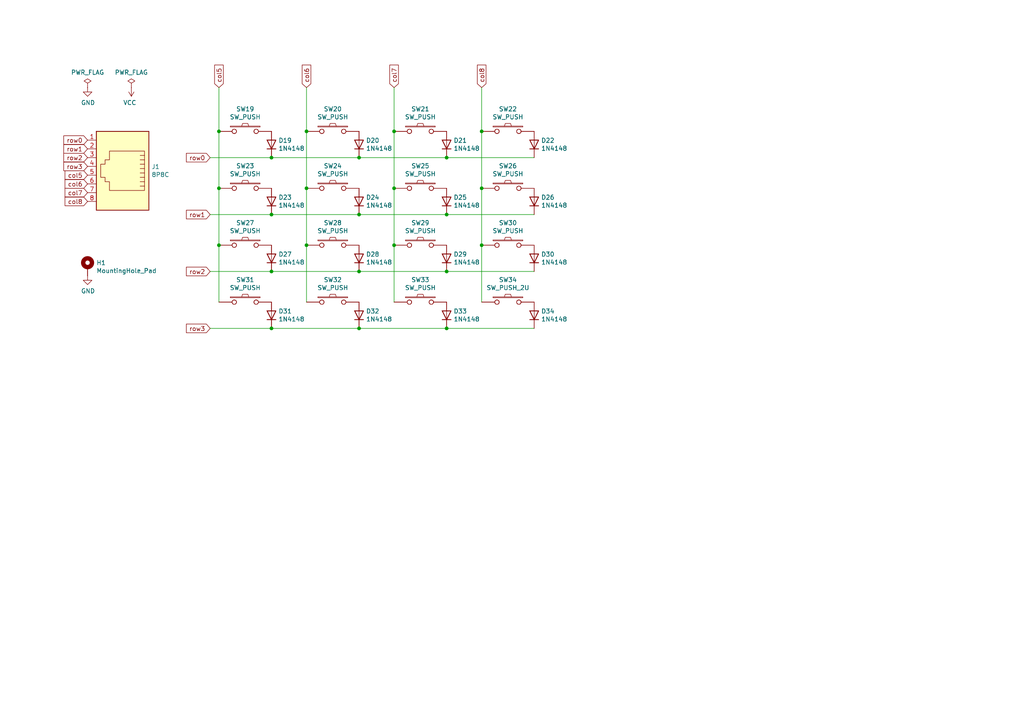
<source format=kicad_sch>
(kicad_sch (version 20211123) (generator eeschema)
  (paper "A4")
  (title_block (title "REVIUNG34-SPLIT-RIGHT") (date "2019-08-28") (rev "1.0"))
  (lib_symbols
    (symbol "Diode:1N4148" (pin_numbers hide) (pin_names (offset 1.016) hide)
      (property "Reference" "D" (at 0 2.54 0))
      (property "Value" "1N4148" (at 0 -2.54 0))
      (symbol "1N4148_0_1"
        (polyline (pts (xy -1.27 1.27) (xy -1.27 -1.27)) (stroke (width 0.254)))
        (polyline (pts (xy 1.27 0) (xy -1.27 0)))
        (polyline (pts (xy 1.27 1.27) (xy 1.27 -1.27) (xy -1.27 0) (xy 1.27 1.27)) (stroke (width 0.254)))
      )
      (symbol "1N4148_1_1"
        (pin passive line (at -3.81 0 0) (length 2.54) (name "K") (number "1"))
        (pin passive line (at 3.81 0 180) (length 2.54) (name "A") (number "2"))
      )
    )
    (symbol "Mechanical:MountingHole_Pad" (pin_numbers hide) (pin_names (offset 1.016) hide)
      (property "Reference" "H" (at 0 6.35 0))
      (property "Value" "MountingHole_Pad" (at 0 4.445 0))
      (symbol "MountingHole_Pad_0_1"
        (circle (center 0 1.27) (radius 1.27) (stroke (width 1.27)))
      )
      (symbol "MountingHole_Pad_1_1"
        (pin input line (at 0 -2.54 90) (length 2.54) (name "1") (number "1"))
      )
    )
    (symbol "power:GND" (power) (pin_names (offset 0))
      (property "Value" "GND" (at 0 -3.81 0))
      (symbol "GND_0_1"
        (polyline (pts (xy 0 0) (xy 0 -1.27) (xy 1.27 -1.27) (xy 0 -2.54) (xy -1.27 -1.27) (xy 0 -1.27)))
      )
      (symbol "GND_1_1"
        (pin power_in line (at 0 0 270) (length 0) hide (name "GND") (number "1"))
      )
    )
    (symbol "power:PWR_FLAG" (power) (pin_numbers hide) (pin_names (offset 0) hide)
      (property "Value" "PWR_FLAG" (at 0 3.81 0))
      (symbol "PWR_FLAG_0_0"
        (pin power_out line (at 0 0 90) (length 0) (name "pwr") (number "1"))
      )
      (symbol "PWR_FLAG_0_1"
        (polyline (pts (xy 0 0) (xy 0 1.27) (xy -1.016 1.905) (xy 0 2.54) (xy 1.016 1.905) (xy 0 1.27)))
      )
    )
    (symbol "power:VCC" (power) (pin_names (offset 0))
      (property "Value" "VCC" (at 0 3.81 0))
      (symbol "VCC_0_1"
        (polyline (pts (xy -0.762 1.27) (xy 0 2.54)))
        (polyline (pts (xy 0 0) (xy 0 2.54)))
        (polyline (pts (xy 0 2.54) (xy 0.762 1.27)))
      )
      (symbol "VCC_1_1"
        (pin power_in line (at 0 0 90) (length 0) hide (name "VCC") (number "1"))
      )
    )
    (symbol "reviung34-split-R-rescue:8P8C-_reviung-kbd" (pin_names (offset 1.016))
      (property "Reference" "J" (at -5.08 13.97 0))
      (property "Value" "8P8C-_reviung-kbd" (at 2.54 13.97 0))
      (symbol "8P8C-_reviung-kbd_0_1"
        (polyline (pts (xy -5.08 4.445) (xy -6.35 4.445)))
        (polyline (pts (xy -5.08 5.715) (xy -6.35 5.715)))
        (polyline (pts (xy -6.35 -3.175) (xy -5.08 -3.175) (xy -5.08 -3.175)))
        (polyline (pts (xy -6.35 -1.905) (xy -5.08 -1.905) (xy -5.08 -1.905)))
        (polyline (pts (xy -6.35 -0.635) (xy -5.08 -0.635) (xy -5.08 -0.635)))
        (polyline (pts (xy -6.35 0.635) (xy -5.08 0.635) (xy -5.08 0.635)))
        (polyline (pts (xy -6.35 1.905) (xy -5.08 1.905) (xy -5.08 1.905)))
        (polyline (pts (xy -5.08 3.175) (xy -6.35 3.175) (xy -6.35 3.175)))
        (polyline (pts (xy -6.35 -4.445) (xy -6.35 6.985) (xy 3.81 6.985) (xy 3.81 4.445) (xy 5.08 4.445) (xy 5.08 3.175) (xy 6.35 3.175) (xy 6.35 -0.635) (xy 5.08 -0.635) (xy 5.08 -1.905) (xy 3.81 -1.905) (xy 3.81 -4.445) (xy -6.35 -4.445) (xy -6.35 -4.445)))
        (rectangle (start 7.62 12.7) (end -7.62 -10.16) (stroke (width 0.254)) (fill (type background)))
      )
      (symbol "8P8C-_reviung-kbd_1_1"
        (pin passive line (at 10.16 -7.62 180) (length 2.54) (name "~") (number "1"))
        (pin passive line (at 10.16 -5.08 180) (length 2.54) (name "~") (number "2"))
        (pin passive line (at 10.16 -2.54 180) (length 2.54) (name "~") (number "3"))
        (pin passive line (at 10.16 0 180) (length 2.54) (name "~") (number "4"))
        (pin passive line (at 10.16 2.54 180) (length 2.54) (name "~") (number "5"))
        (pin passive line (at 10.16 5.08 180) (length 2.54) (name "~") (number "6"))
        (pin passive line (at 10.16 7.62 180) (length 2.54) (name "~") (number "7"))
        (pin passive line (at 10.16 10.16 180) (length 2.54) (name "~") (number "8"))
      )
    )
    (symbol "reviung34-split-R-rescue:SW_PUSH-_reviung-kbd" (pin_numbers hide) (pin_names (offset 1.016) hide)
      (property "Reference" "SW" (at 3.81 2.794 0))
      (property "Value" "SW_PUSH-_reviung-kbd" (at 0 -2.032 0))
      (symbol "SW_PUSH-_reviung-kbd_0_1"
        (rectangle (start -4.318 1.27) (end 4.318 1.524))
        (polyline (pts (xy -1.016 1.524) (xy -0.762 2.286) (xy 0.762 2.286) (xy 1.016 1.524)))
        (pin passive inverted (at -7.62 0 0) (length 5.08) (name "1") (number "1"))
        (pin passive inverted (at 7.62 0 180) (length 5.08) (name "2") (number "2"))
      )
    )
  )
  (junction (at 139.7 54.61))
  (junction (at 104.14 95.25))
  (junction (at 129.54 62.23))
  (junction (at 114.3 71.12))
  (junction (at 78.74 78.74))
  (junction (at 78.74 62.23))
  (junction (at 88.9 71.12))
  (junction (at 88.9 54.61))
  (junction (at 63.5 38.1))
  (junction (at 63.5 71.12))
  (junction (at 129.54 78.74))
  (junction (at 104.14 78.74))
  (junction (at 139.7 38.1))
  (junction (at 78.74 45.72))
  (junction (at 88.9 38.1))
  (junction (at 104.14 62.23))
  (junction (at 104.14 45.72))
  (junction (at 139.7 71.12))
  (junction (at 78.74 95.25))
  (junction (at 114.3 54.61))
  (junction (at 129.54 95.25))
  (junction (at 114.3 38.1))
  (junction (at 63.5 54.61))
  (junction (at 129.54 45.72))
  (wire (pts (xy 139.7 38.1) (xy 139.7 54.61)))
  (wire (pts (xy 104.14 62.23) (xy 129.54 62.23)))
  (wire (pts (xy 60.96 78.74) (xy 78.74 78.74)))
  (wire (pts (xy 139.7 25.4) (xy 139.7 38.1)))
  (wire (pts (xy 104.14 95.25) (xy 129.54 95.25)))
  (wire (pts (xy 60.96 62.23) (xy 78.74 62.23)))
  (wire (pts (xy 114.3 38.1) (xy 114.3 54.61)))
  (wire (pts (xy 114.3 25.4) (xy 114.3 38.1)))
  (wire (pts (xy 104.14 78.74) (xy 129.54 78.74)))
  (wire (pts (xy 114.3 54.61) (xy 114.3 71.12)))
  (wire (pts (xy 129.54 62.23) (xy 154.94 62.23)))
  (wire (pts (xy 88.9 25.4) (xy 88.9 38.1)))
  (wire (pts (xy 129.54 78.74) (xy 154.94 78.74)))
  (wire (pts (xy 60.96 95.25) (xy 78.74 95.25)))
  (wire (pts (xy 114.3 71.12) (xy 114.3 87.63)))
  (wire (pts (xy 78.74 95.25) (xy 104.14 95.25)))
  (wire (pts (xy 78.74 45.72) (xy 104.14 45.72)))
  (wire (pts (xy 63.5 38.1) (xy 63.5 54.61)))
  (wire (pts (xy 60.96 45.72) (xy 78.74 45.72)))
  (wire (pts (xy 88.9 71.12) (xy 88.9 87.63)))
  (wire (pts (xy 139.7 54.61) (xy 139.7 71.12)))
  (wire (pts (xy 63.5 71.12) (xy 63.5 87.63)))
  (wire (pts (xy 63.5 25.4) (xy 63.5 38.1)))
  (wire (pts (xy 88.9 54.61) (xy 88.9 71.12)))
  (wire (pts (xy 63.5 54.61) (xy 63.5 71.12)))
  (wire (pts (xy 139.7 71.12) (xy 139.7 87.63)))
  (wire (pts (xy 78.74 78.74) (xy 104.14 78.74)))
  (wire (pts (xy 78.74 62.23) (xy 104.14 62.23)))
  (wire (pts (xy 129.54 45.72) (xy 154.94 45.72)))
  (wire (pts (xy 88.9 38.1) (xy 88.9 54.61)))
  (wire (pts (xy 104.14 45.72) (xy 129.54 45.72)))
  (wire (pts (xy 129.54 95.25) (xy 154.94 95.25)))
  (global_label "col6" (shape input) (at 88.9 25.4 90) (property "Обозначения листов" "${INTERSHEET_REFS}" (effects hide)))
  (global_label "col8" (shape input) (at 139.7 25.4 90) (property "Обозначения листов" "${INTERSHEET_REFS}" (effects hide)))
  (global_label "row1" (shape input) (at 60.96 62.23 180) (property "Обозначения листов" "${INTERSHEET_REFS}" (effects hide)))
  (global_label "row3" (shape input) (at 60.96 95.25 180) (property "Обозначения листов" "${INTERSHEET_REFS}" (effects hide)))
  (global_label "row3" (shape input) (at 25.4 48.26 180) (property "Обозначения листов" "${INTERSHEET_REFS}" (effects hide)))
  (global_label "col8" (shape input) (at 25.4 58.42 180) (property "Обозначения листов" "${INTERSHEET_REFS}" (effects hide)))
  (global_label "col5" (shape input) (at 25.4 50.8 180) (property "Обозначения листов" "${INTERSHEET_REFS}" (effects hide)))
  (global_label "col7" (shape input) (at 114.3 25.4 90) (property "Обозначения листов" "${INTERSHEET_REFS}" (effects hide)))
  (global_label "row0" (shape input) (at 25.4 40.64 180) (property "Обозначения листов" "${INTERSHEET_REFS}" (effects hide)))
  (global_label "row2" (shape input) (at 60.96 78.74 180) (property "Обозначения листов" "${INTERSHEET_REFS}" (effects hide)))
  (global_label "row2" (shape input) (at 25.4 45.72 180) (property "Обозначения листов" "${INTERSHEET_REFS}" (effects hide)))
  (global_label "col7" (shape input) (at 25.4 55.88 180) (property "Обозначения листов" "${INTERSHEET_REFS}" (effects hide)))
  (global_label "col5" (shape input) (at 63.5 25.4 90) (property "Обозначения листов" "${INTERSHEET_REFS}" (effects hide)))
  (global_label "row1" (shape input) (at 25.4 43.18 180) (property "Обозначения листов" "${INTERSHEET_REFS}" (effects hide)))
  (global_label "col6" (shape input) (at 25.4 53.34 180) (property "Обозначения листов" "${INTERSHEET_REFS}" (effects hide)))
  (global_label "row0" (shape input) (at 60.96 45.72 180) (property "Обозначения листов" "${INTERSHEET_REFS}" (effects hide)))
  (symbol (lib_id "Mechanical:MountingHole_Pad") (at 25.4 77.47 0) (unit 1)
    (property "Reference" "H1" (at 27.94 76.2254 0) (effects (justify left)))
    (property "Value" "MountingHole_Pad" (at 27.94 78.5368 0) (effects (justify left)))
    (property "Footprint" "MountingHole:MountingHole_4.3mm_M4_ISO14580_Pad" (effects hide))
  )
  (symbol (lib_id "power:GND") (at 25.4 80.01 0) (unit 1)
    (property "Reference" "#PWR03" (effects hide))
    (property "Value" "GND" (at 25.527 84.4042 0))
  )
  (symbol (lib_id "power:PWR_FLAG") (at 25.4 25.4 0) (unit 1)
    (property "Reference" "#FLG01" (effects hide))
    (property "Value" "PWR_FLAG" (at 25.4 21.0058 0))
  )
  (symbol (lib_id "power:PWR_FLAG") (at 38.1 25.4 0) (unit 1)
    (property "Reference" "#FLG02" (effects hide))
    (property "Value" "PWR_FLAG" (at 38.1 21.0058 0))
  )
  (symbol (lib_id "power:GND") (at 25.4 25.4 0) (unit 1)
    (property "Reference" "#PWR01" (effects hide))
    (property "Value" "GND" (at 25.527 29.7942 0))
  )
  (symbol (lib_id "power:VCC") (at 38.1 25.4 180) (unit 1)
    (property "Reference" "#PWR02" (effects hide))
    (property "Value" "VCC" (at 37.6428 29.7942 0))
  )
  (symbol (lib_id "reviung34-split-R-rescue:8P8C-_reviung-kbd") (at 35.56 48.26 180) (unit 1)
    (property "Reference" "J1" (at 43.942 48.3616 0) (effects (justify right)))
    (property "Value" "8P8C" (at 43.942 50.673 0) (effects (justify right)))
    (property "Footprint" "Connector_NONAME:RJ45_NONAME_8P8C_Horizontal" (effects hide))
  )
  (symbol (lib_id "reviung34-split-R-rescue:SW_PUSH-_reviung-kbd") (at 71.12 38.1 0) (unit 1)
    (property "Reference" "SW19" (at 71.12 31.623 0))
    (property "Value" "SW_PUSH" (at 71.12 33.9344 0))
    (property "Footprint" "_reviung-kbd:MXOnly-1U-Hotswap" (effects hide))
  )
  (symbol (lib_id "reviung34-split-R-rescue:SW_PUSH-_reviung-kbd") (at 96.52 38.1 0) (unit 1)
    (property "Reference" "SW20" (at 96.52 31.623 0))
    (property "Value" "SW_PUSH" (at 96.52 33.9344 0))
    (property "Footprint" "_reviung-kbd:MXOnly-1U-Hotswap" (effects hide))
  )
  (symbol (lib_id "reviung34-split-R-rescue:SW_PUSH-_reviung-kbd") (at 121.92 38.1 0) (unit 1)
    (property "Reference" "SW21" (at 121.92 31.623 0))
    (property "Value" "SW_PUSH" (at 121.92 33.9344 0))
    (property "Footprint" "_reviung-kbd:MXOnly-1U-Hotswap" (effects hide))
  )
  (symbol (lib_id "reviung34-split-R-rescue:SW_PUSH-_reviung-kbd") (at 147.32 38.1 0) (unit 1)
    (property "Reference" "SW22" (at 147.32 31.623 0))
    (property "Value" "SW_PUSH" (at 147.32 33.9344 0))
    (property "Footprint" "_reviung-kbd:MXOnly-1U-Hotswap" (effects hide))
  )
  (symbol (lib_id "Diode:1N4148") (at 78.74 41.91 90) (unit 1)
    (property "Reference" "D19" (at 80.7466 40.7416 90) (effects (justify right)))
    (property "Value" "1N4148" (at 80.7466 43.053 90) (effects (justify right)))
    (property "Footprint" "Diode_THT:D_DO-35_SOD27_P7.62mm_Horizontal" (effects hide))
    (property "Datasheet" "https://assets.nexperia.com/documents/data-sheet/1N4148_1N4448.pdf" (effects hide))
  )
  (symbol (lib_id "Diode:1N4148") (at 104.14 41.91 90) (unit 1)
    (property "Reference" "D20" (at 106.1466 40.7416 90) (effects (justify right)))
    (property "Value" "1N4148" (at 106.1466 43.053 90) (effects (justify right)))
    (property "Footprint" "Diode_THT:D_DO-35_SOD27_P7.62mm_Horizontal" (effects hide))
    (property "Datasheet" "https://assets.nexperia.com/documents/data-sheet/1N4148_1N4448.pdf" (effects hide))
  )
  (symbol (lib_id "Diode:1N4148") (at 129.54 41.91 90) (unit 1)
    (property "Reference" "D21" (at 131.5466 40.7416 90) (effects (justify right)))
    (property "Value" "1N4148" (at 131.5466 43.053 90) (effects (justify right)))
    (property "Footprint" "Diode_THT:D_DO-35_SOD27_P7.62mm_Horizontal" (effects hide))
    (property "Datasheet" "https://assets.nexperia.com/documents/data-sheet/1N4148_1N4448.pdf" (effects hide))
  )
  (symbol (lib_id "Diode:1N4148") (at 154.94 41.91 90) (unit 1)
    (property "Reference" "D22" (at 156.9466 40.7416 90) (effects (justify right)))
    (property "Value" "1N4148" (at 156.9466 43.053 90) (effects (justify right)))
    (property "Footprint" "Diode_THT:D_DO-35_SOD27_P7.62mm_Horizontal" (effects hide))
    (property "Datasheet" "https://assets.nexperia.com/documents/data-sheet/1N4148_1N4448.pdf" (effects hide))
  )
  (symbol (lib_id "reviung34-split-R-rescue:SW_PUSH-_reviung-kbd") (at 71.12 54.61 0) (unit 1)
    (property "Reference" "SW23" (at 71.12 48.133 0))
    (property "Value" "SW_PUSH" (at 71.12 50.4444 0))
    (property "Footprint" "_reviung-kbd:MXOnly-1U-Hotswap" (effects hide))
  )
  (symbol (lib_id "reviung34-split-R-rescue:SW_PUSH-_reviung-kbd") (at 96.52 54.61 0) (unit 1)
    (property "Reference" "SW24" (at 96.52 48.133 0))
    (property "Value" "SW_PUSH" (at 96.52 50.4444 0))
    (property "Footprint" "_reviung-kbd:MXOnly-1U-Hotswap" (effects hide))
  )
  (symbol (lib_id "reviung34-split-R-rescue:SW_PUSH-_reviung-kbd") (at 121.92 54.61 0) (unit 1)
    (property "Reference" "SW25" (at 121.92 48.133 0))
    (property "Value" "SW_PUSH" (at 121.92 50.4444 0))
    (property "Footprint" "_reviung-kbd:MXOnly-1U-Hotswap" (effects hide))
  )
  (symbol (lib_id "reviung34-split-R-rescue:SW_PUSH-_reviung-kbd") (at 147.32 54.61 0) (unit 1)
    (property "Reference" "SW26" (at 147.32 48.133 0))
    (property "Value" "SW_PUSH" (at 147.32 50.4444 0))
    (property "Footprint" "_reviung-kbd:MXOnly-1U-Hotswap" (effects hide))
  )
  (symbol (lib_id "Diode:1N4148") (at 78.74 58.42 90) (unit 1)
    (property "Reference" "D23" (at 80.7466 57.2516 90) (effects (justify right)))
    (property "Value" "1N4148" (at 80.7466 59.563 90) (effects (justify right)))
    (property "Footprint" "Diode_THT:D_DO-35_SOD27_P7.62mm_Horizontal" (effects hide))
    (property "Datasheet" "https://assets.nexperia.com/documents/data-sheet/1N4148_1N4448.pdf" (effects hide))
  )
  (symbol (lib_id "Diode:1N4148") (at 104.14 58.42 90) (unit 1)
    (property "Reference" "D24" (at 106.1466 57.2516 90) (effects (justify right)))
    (property "Value" "1N4148" (at 106.1466 59.563 90) (effects (justify right)))
    (property "Footprint" "Diode_THT:D_DO-35_SOD27_P7.62mm_Horizontal" (effects hide))
    (property "Datasheet" "https://assets.nexperia.com/documents/data-sheet/1N4148_1N4448.pdf" (effects hide))
  )
  (symbol (lib_id "Diode:1N4148") (at 129.54 58.42 90) (unit 1)
    (property "Reference" "D25" (at 131.5466 57.2516 90) (effects (justify right)))
    (property "Value" "1N4148" (at 131.5466 59.563 90) (effects (justify right)))
    (property "Footprint" "Diode_THT:D_DO-35_SOD27_P7.62mm_Horizontal" (effects hide))
    (property "Datasheet" "https://assets.nexperia.com/documents/data-sheet/1N4148_1N4448.pdf" (effects hide))
  )
  (symbol (lib_id "Diode:1N4148") (at 154.94 58.42 90) (unit 1)
    (property "Reference" "D26" (at 156.9466 57.2516 90) (effects (justify right)))
    (property "Value" "1N4148" (at 156.9466 59.563 90) (effects (justify right)))
    (property "Footprint" "Diode_THT:D_DO-35_SOD27_P7.62mm_Horizontal" (effects hide))
    (property "Datasheet" "https://assets.nexperia.com/documents/data-sheet/1N4148_1N4448.pdf" (effects hide))
  )
  (symbol (lib_id "reviung34-split-R-rescue:SW_PUSH-_reviung-kbd") (at 71.12 71.12 0) (unit 1)
    (property "Reference" "SW27" (at 71.12 64.643 0))
    (property "Value" "SW_PUSH" (at 71.12 66.9544 0))
    (property "Footprint" "_reviung-kbd:MXOnly-1U-Hotswap" (effects hide))
  )
  (symbol (lib_id "reviung34-split-R-rescue:SW_PUSH-_reviung-kbd") (at 96.52 71.12 0) (unit 1)
    (property "Reference" "SW28" (at 96.52 64.643 0))
    (property "Value" "SW_PUSH" (at 96.52 66.9544 0))
    (property "Footprint" "_reviung-kbd:MXOnly-1U-Hotswap" (effects hide))
  )
  (symbol (lib_id "reviung34-split-R-rescue:SW_PUSH-_reviung-kbd") (at 121.92 71.12 0) (unit 1)
    (property "Reference" "SW29" (at 121.92 64.643 0))
    (property "Value" "SW_PUSH" (at 121.92 66.9544 0))
    (property "Footprint" "_reviung-kbd:MXOnly-1U-Hotswap" (effects hide))
  )
  (symbol (lib_id "reviung34-split-R-rescue:SW_PUSH-_reviung-kbd") (at 147.32 71.12 0) (unit 1)
    (property "Reference" "SW30" (at 147.32 64.643 0))
    (property "Value" "SW_PUSH" (at 147.32 66.9544 0))
    (property "Footprint" "_reviung-kbd:MXOnly-1U-Hotswap" (effects hide))
  )
  (symbol (lib_id "Diode:1N4148") (at 78.74 74.93 90) (unit 1)
    (property "Reference" "D27" (at 80.7466 73.7616 90) (effects (justify right)))
    (property "Value" "1N4148" (at 80.7466 76.073 90) (effects (justify right)))
    (property "Footprint" "Diode_THT:D_DO-35_SOD27_P7.62mm_Horizontal" (effects hide))
    (property "Datasheet" "https://assets.nexperia.com/documents/data-sheet/1N4148_1N4448.pdf" (effects hide))
  )
  (symbol (lib_id "Diode:1N4148") (at 104.14 74.93 90) (unit 1)
    (property "Reference" "D28" (at 106.1466 73.7616 90) (effects (justify right)))
    (property "Value" "1N4148" (at 106.1466 76.073 90) (effects (justify right)))
    (property "Footprint" "Diode_THT:D_DO-35_SOD27_P7.62mm_Horizontal" (effects hide))
    (property "Datasheet" "https://assets.nexperia.com/documents/data-sheet/1N4148_1N4448.pdf" (effects hide))
  )
  (symbol (lib_id "Diode:1N4148") (at 129.54 74.93 90) (unit 1)
    (property "Reference" "D29" (at 131.5466 73.7616 90) (effects (justify right)))
    (property "Value" "1N4148" (at 131.5466 76.073 90) (effects (justify right)))
    (property "Footprint" "Diode_THT:D_DO-35_SOD27_P7.62mm_Horizontal" (effects hide))
    (property "Datasheet" "https://assets.nexperia.com/documents/data-sheet/1N4148_1N4448.pdf" (effects hide))
  )
  (symbol (lib_id "Diode:1N4148") (at 154.94 74.93 90) (unit 1)
    (property "Reference" "D30" (at 156.9466 73.7616 90) (effects (justify right)))
    (property "Value" "1N4148" (at 156.9466 76.073 90) (effects (justify right)))
    (property "Footprint" "Diode_THT:D_DO-35_SOD27_P7.62mm_Horizontal" (effects hide))
    (property "Datasheet" "https://assets.nexperia.com/documents/data-sheet/1N4148_1N4448.pdf" (effects hide))
  )
  (symbol (lib_id "reviung34-split-R-rescue:SW_PUSH-_reviung-kbd") (at 71.12 87.63 0) (unit 1)
    (property "Reference" "SW31" (at 71.12 81.153 0))
    (property "Value" "SW_PUSH" (at 71.12 83.4644 0))
    (property "Footprint" "_reviung-kbd:MXOnly-1U-Hotswap" (effects hide))
  )
  (symbol (lib_id "reviung34-split-R-rescue:SW_PUSH-_reviung-kbd") (at 96.52 87.63 0) (unit 1)
    (property "Reference" "SW32" (at 96.52 81.153 0))
    (property "Value" "SW_PUSH" (at 96.52 83.4644 0))
    (property "Footprint" "_reviung-kbd:MXOnly-1U-Hotswap" (effects hide))
  )
  (symbol (lib_id "reviung34-split-R-rescue:SW_PUSH-_reviung-kbd") (at 121.92 87.63 0) (unit 1)
    (property "Reference" "SW33" (at 121.92 81.153 0))
    (property "Value" "SW_PUSH" (at 121.92 83.4644 0))
    (property "Footprint" "_reviung-kbd:MXOnly-1U-Hotswap" (effects hide))
  )
  (symbol (lib_id "reviung34-split-R-rescue:SW_PUSH-_reviung-kbd") (at 147.32 87.63 0) (unit 1)
    (property "Reference" "SW34" (at 147.32 81.153 0))
    (property "Value" "SW_PUSH_2U" (at 147.32 83.4644 0))
    (property "Footprint" "_reviung-kbd:MXOnly-2U-Hotswap-ReversedStabilizers" (effects hide))
  )
  (symbol (lib_id "Diode:1N4148") (at 78.74 91.44 90) (unit 1)
    (property "Reference" "D31" (at 80.7466 90.2716 90) (effects (justify right)))
    (property "Value" "1N4148" (at 80.7466 92.583 90) (effects (justify right)))
    (property "Footprint" "Diode_THT:D_DO-35_SOD27_P7.62mm_Horizontal" (effects hide))
    (property "Datasheet" "https://assets.nexperia.com/documents/data-sheet/1N4148_1N4448.pdf" (effects hide))
  )
  (symbol (lib_id "Diode:1N4148") (at 104.14 91.44 90) (unit 1)
    (property "Reference" "D32" (at 106.1466 90.2716 90) (effects (justify right)))
    (property "Value" "1N4148" (at 106.1466 92.583 90) (effects (justify right)))
    (property "Footprint" "Diode_THT:D_DO-35_SOD27_P7.62mm_Horizontal" (effects hide))
    (property "Datasheet" "https://assets.nexperia.com/documents/data-sheet/1N4148_1N4448.pdf" (effects hide))
  )
  (symbol (lib_id "Diode:1N4148") (at 129.54 91.44 90) (unit 1)
    (property "Reference" "D33" (at 131.5466 90.2716 90) (effects (justify right)))
    (property "Value" "1N4148" (at 131.5466 92.583 90) (effects (justify right)))
    (property "Footprint" "Diode_THT:D_DO-35_SOD27_P7.62mm_Horizontal" (effects hide))
    (property "Datasheet" "https://assets.nexperia.com/documents/data-sheet/1N4148_1N4448.pdf" (effects hide))
  )
  (symbol (lib_id "Diode:1N4148") (at 154.94 91.44 90) (unit 1)
    (property "Reference" "D34" (at 156.9466 90.2716 90) (effects (justify right)))
    (property "Value" "1N4148" (at 156.9466 92.583 90) (effects (justify right)))
    (property "Footprint" "Diode_THT:D_DO-35_SOD27_P7.62mm_Horizontal" (effects hide))
    (property "Datasheet" "https://assets.nexperia.com/documents/data-sheet/1N4148_1N4448.pdf" (effects hide))
  )
)
</source>
